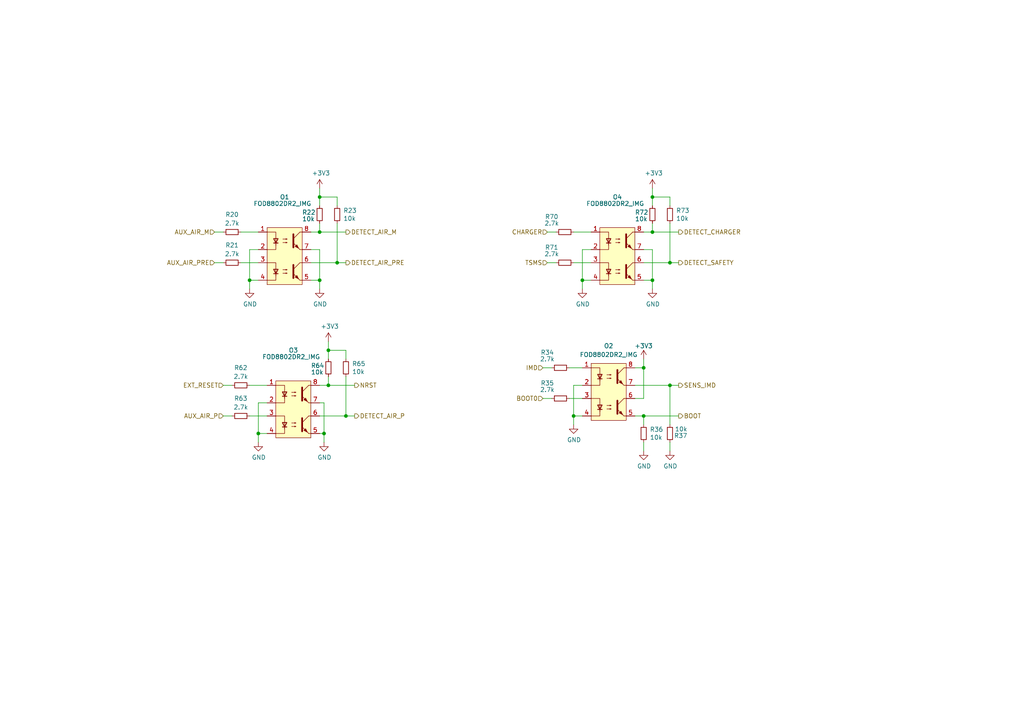
<source format=kicad_sch>
(kicad_sch (version 20231120) (generator "eeschema") (generator_version "8.0")
  (paper "A4")
  (lib_symbols
    (symbol "Device:R_Small" (pin_numbers hide) (pin_names (offset 0.254) hide)
      (property "Reference" "R" (at 0.762 0.508 0))
      (property "Value" "R_Small" (at 0.762 -1.016 0))
      (symbol "R_Small_0_1"
        (rectangle (start -0.762 1.778) (end 0.762 -1.778) (stroke (width 0.2032)))
      )
      (symbol "R_Small_1_1"
        (pin passive line (at 0 2.54 270) (length 0.762) (name "~") (number "1"))
        (pin passive line (at 0 -2.54 90) (length 0.762) (name "~") (number "2"))
      )
    )
    (symbol "Opto 2 ch:FOD8802DR2_IMG"
      (property "Reference" "O" (at 0 0 0))
      (property "Value" "FOD8802DR2_IMG" (at 0 0 0))
      (symbol "FOD8802DR2_IMG_0_1"
        (rectangle (start -6.35 -3.81) (end 3.81 -20.32) (fill (type background)))
        (polyline (pts (xy -4.445 -17.145) (xy -3.175 -17.145)) (stroke (width 0.254)))
        (polyline (pts (xy -4.445 -8.255) (xy -3.175 -8.255)) (stroke (width 0.254)))
        (polyline (pts (xy 1.27 -15.875) (xy 3.175 -13.97)))
        (polyline (pts (xy 1.27 -6.985) (xy 3.175 -5.08)))
        (polyline (pts (xy 3.175 -19.05) (xy 1.27 -17.145)) (fill (type outline)))
        (polyline (pts (xy 3.175 -19.05) (xy 3.81 -19.05)))
        (polyline (pts (xy 3.175 -13.97) (xy 3.81 -13.97)))
        (polyline (pts (xy 3.175 -10.16) (xy 1.27 -8.255)) (fill (type outline)))
        (polyline (pts (xy 3.175 -10.16) (xy 3.81 -10.16)))
        (polyline (pts (xy 3.175 -5.08) (xy 3.81 -5.08)))
        (polyline (pts (xy -3.81 -17.145) (xy -3.81 -19.05) (xy -6.35 -19.05)))
        (polyline (pts (xy -3.81 -8.255) (xy -3.81 -10.16) (xy -6.35 -10.16)))
        (polyline (pts (xy 1.27 -14.605) (xy 1.27 -18.415) (xy 1.27 -18.415)) (stroke (width 0.508)))
        (polyline (pts (xy 1.27 -5.715) (xy 1.27 -9.525) (xy 1.27 -9.525)) (stroke (width 0.508)))
        (polyline (pts (xy -6.35 -13.97) (xy -3.81 -13.97) (xy -3.81 -17.78) (xy -3.81 -15.875)))
        (polyline (pts (xy -6.35 -5.08) (xy -3.81 -5.08) (xy -3.81 -8.89) (xy -3.81 -6.985)))
        (polyline (pts (xy -3.81 -17.145) (xy -4.445 -15.875) (xy -3.175 -15.875) (xy -3.81 -17.145)) (stroke (width 0.254)))
        (polyline (pts (xy -3.81 -8.255) (xy -4.445 -6.985) (xy -3.175 -6.985) (xy -3.81 -8.255)) (stroke (width 0.254)))
        (polyline (pts (xy -1.778 -17.018) (xy -0.508 -17.018) (xy -0.889 -17.145) (xy -0.889 -16.891) (xy -0.508 -17.018)))
        (polyline (pts (xy -1.778 -16.002) (xy -0.508 -16.002) (xy -0.889 -16.129) (xy -0.889 -15.875) (xy -0.508 -16.002)))
        (polyline (pts (xy -1.778 -8.128) (xy -0.508 -8.128) (xy -0.889 -8.255) (xy -0.889 -8.001) (xy -0.508 -8.128)))
        (polyline (pts (xy -1.778 -7.112) (xy -0.508 -7.112) (xy -0.889 -7.239) (xy -0.889 -6.985) (xy -0.508 -7.112)))
        (polyline (pts (xy 1.778 -18.161) (xy 2.286 -17.653) (xy 2.794 -18.669) (xy 1.778 -18.161) (xy 1.778 -18.161)) (fill (type outline)))
        (polyline (pts (xy 1.778 -9.271) (xy 2.286 -8.763) (xy 2.794 -9.779) (xy 1.778 -9.271) (xy 1.778 -9.271)) (fill (type outline)))
      )
      (symbol "FOD8802DR2_IMG_1_1"
        (pin passive line (at -8.89 -5.08 0) (length 2.54) (name "~") (number "1"))
        (pin passive line (at -8.89 -10.16 0) (length 2.54) (name "~") (number "2"))
        (pin passive line (at -8.89 -13.97 0) (length 2.54) (name "~") (number "3"))
        (pin passive line (at -8.89 -19.05 0) (length 2.54) (name "~") (number "4"))
        (pin passive line (at 6.35 -19.05 180) (length 2.54) (name "~") (number "5"))
        (pin passive line (at 6.35 -13.97 180) (length 2.54) (name "~") (number "6"))
        (pin passive line (at 6.35 -10.16 180) (length 2.54) (name "~") (number "7"))
        (pin passive line (at 6.35 -5.08 180) (length 2.54) (name "~") (number "8"))
      )
    )
    (symbol "power:+3.3V" (power) (pin_names (offset 0))
      (property "Value" "+3.3V" (at 0 3.556 0))
      (symbol "+3.3V_0_1"
        (polyline (pts (xy -0.762 1.27) (xy 0 2.54)))
        (polyline (pts (xy 0 0) (xy 0 2.54)))
        (polyline (pts (xy 0 2.54) (xy 0.762 1.27)))
      )
      (symbol "+3.3V_1_1"
        (pin power_in line (at 0 0 90) (length 0) hide (name "+3V3") (number "1"))
      )
    )
    (symbol "power:GND" (power) (pin_names (offset 0))
      (property "Value" "GND" (at 0 -3.81 0))
      (symbol "GND_0_1"
        (polyline (pts (xy 0 0) (xy 0 -1.27) (xy 1.27 -1.27) (xy 0 -2.54) (xy -1.27 -1.27) (xy 0 -1.27)))
      )
      (symbol "GND_1_1"
        (pin power_in line (at 0 0 270) (length 0) hide (name "GND") (number "1"))
      )
    )
  )
  (junction (at 194.31 111.76))
  (junction (at 93.98 125.73))
  (junction (at 100.33 120.65))
  (junction (at 194.31 76.2))
  (junction (at 186.69 120.65))
  (junction (at 189.23 81.28))
  (junction (at 189.23 57.15))
  (junction (at 92.71 81.28))
  (junction (at 168.91 81.28))
  (junction (at 92.71 67.31))
  (junction (at 97.79 76.2))
  (junction (at 92.71 57.15))
  (junction (at 72.39 81.28))
  (junction (at 74.93 125.73))
  (junction (at 95.25 101.6))
  (junction (at 95.25 111.76))
  (junction (at 166.37 120.65))
  (junction (at 186.69 106.68))
  (junction (at 189.23 67.31))
  (wire (pts (xy 186.69 81.28) (xy 189.23 81.28)))
  (wire (pts (xy 186.69 120.65) (xy 186.69 123.19)))
  (wire (pts (xy 166.37 111.76) (xy 166.37 120.65)))
  (wire (pts (xy 186.69 76.2) (xy 194.31 76.2)))
  (wire (pts (xy 186.69 120.65) (xy 196.85 120.65)))
  (wire (pts (xy 69.85 76.2) (xy 74.93 76.2)))
  (wire (pts (xy 64.77 111.76) (xy 67.31 111.76)))
  (wire (pts (xy 92.71 81.28) (xy 92.71 83.82)))
  (wire (pts (xy 97.79 64.77) (xy 97.79 76.2)))
  (wire (pts (xy 77.47 116.84) (xy 74.93 116.84)))
  (wire (pts (xy 62.23 67.31) (xy 64.77 67.31)))
  (wire (pts (xy 95.25 111.76) (xy 102.87 111.76)))
  (wire (pts (xy 166.37 120.65) (xy 168.91 120.65)))
  (wire (pts (xy 100.33 120.65) (xy 102.87 120.65)))
  (wire (pts (xy 194.31 111.76) (xy 194.31 123.19)))
  (wire (pts (xy 189.23 57.15) (xy 189.23 59.69)))
  (wire (pts (xy 97.79 76.2) (xy 100.33 76.2)))
  (wire (pts (xy 165.1 115.57) (xy 168.91 115.57)))
  (wire (pts (xy 92.71 67.31) (xy 100.33 67.31)))
  (wire (pts (xy 168.91 81.28) (xy 171.45 81.28)))
  (wire (pts (xy 168.91 72.39) (xy 171.45 72.39)))
  (wire (pts (xy 92.71 111.76) (xy 95.25 111.76)))
  (wire (pts (xy 72.39 81.28) (xy 74.93 81.28)))
  (wire (pts (xy 166.37 67.31) (xy 171.45 67.31)))
  (wire (pts (xy 93.98 125.73) (xy 93.98 128.27)))
  (wire (pts (xy 74.93 125.73) (xy 77.47 125.73)))
  (wire (pts (xy 186.69 106.68) (xy 186.69 115.57)))
  (wire (pts (xy 69.85 67.31) (xy 74.93 67.31)))
  (wire (pts (xy 168.91 72.39) (xy 168.91 81.28)))
  (wire (pts (xy 92.71 64.77) (xy 92.71 67.31)))
  (wire (pts (xy 93.98 125.73) (xy 92.71 125.73)))
  (wire (pts (xy 77.47 111.76) (xy 72.39 111.76)))
  (wire (pts (xy 194.31 76.2) (xy 196.85 76.2)))
  (wire (pts (xy 90.17 81.28) (xy 92.71 81.28)))
  (wire (pts (xy 100.33 101.6) (xy 100.33 104.14)))
  (wire (pts (xy 184.15 115.57) (xy 186.69 115.57)))
  (wire (pts (xy 186.69 72.39) (xy 189.23 72.39)))
  (wire (pts (xy 184.15 111.76) (xy 194.31 111.76)))
  (wire (pts (xy 168.91 81.28) (xy 168.91 83.82)))
  (wire (pts (xy 92.71 57.15) (xy 92.71 59.69)))
  (wire (pts (xy 166.37 76.2) (xy 171.45 76.2)))
  (wire (pts (xy 72.39 81.28) (xy 72.39 83.82)))
  (wire (pts (xy 95.25 101.6) (xy 95.25 104.14)))
  (wire (pts (xy 158.75 67.31) (xy 161.29 67.31)))
  (wire (pts (xy 62.23 76.2) (xy 64.77 76.2)))
  (wire (pts (xy 72.39 120.65) (xy 77.47 120.65)))
  (wire (pts (xy 194.31 57.15) (xy 194.31 59.69)))
  (wire (pts (xy 184.15 106.68) (xy 186.69 106.68)))
  (wire (pts (xy 189.23 64.77) (xy 189.23 67.31)))
  (wire (pts (xy 158.75 76.2) (xy 161.29 76.2)))
  (wire (pts (xy 64.77 120.65) (xy 67.31 120.65)))
  (wire (pts (xy 189.23 54.61) (xy 189.23 57.15)))
  (wire (pts (xy 186.69 104.14) (xy 186.69 106.68)))
  (wire (pts (xy 90.17 67.31) (xy 92.71 67.31)))
  (wire (pts (xy 92.71 116.84) (xy 93.98 116.84)))
  (wire (pts (xy 184.15 120.65) (xy 186.69 120.65)))
  (wire (pts (xy 189.23 67.31) (xy 196.85 67.31)))
  (wire (pts (xy 72.39 72.39) (xy 74.93 72.39)))
  (wire (pts (xy 194.31 111.76) (xy 196.85 111.76)))
  (wire (pts (xy 157.48 115.57) (xy 160.02 115.57)))
  (wire (pts (xy 92.71 54.61) (xy 92.71 57.15)))
  (wire (pts (xy 165.1 106.68) (xy 168.91 106.68)))
  (wire (pts (xy 100.33 109.22) (xy 100.33 120.65)))
  (wire (pts (xy 95.25 99.06) (xy 95.25 101.6)))
  (wire (pts (xy 189.23 81.28) (xy 189.23 83.82)))
  (wire (pts (xy 74.93 116.84) (xy 74.93 125.73)))
  (wire (pts (xy 194.31 128.27) (xy 194.31 130.81)))
  (wire (pts (xy 166.37 120.65) (xy 166.37 123.19)))
  (wire (pts (xy 72.39 72.39) (xy 72.39 81.28)))
  (wire (pts (xy 186.69 67.31) (xy 189.23 67.31)))
  (wire (pts (xy 157.48 106.68) (xy 160.02 106.68)))
  (wire (pts (xy 92.71 72.39) (xy 92.71 81.28)))
  (wire (pts (xy 95.25 101.6) (xy 100.33 101.6)))
  (wire (pts (xy 194.31 64.77) (xy 194.31 76.2)))
  (wire (pts (xy 97.79 57.15) (xy 97.79 59.69)))
  (wire (pts (xy 166.37 111.76) (xy 168.91 111.76)))
  (wire (pts (xy 97.79 57.15) (xy 92.71 57.15)))
  (wire (pts (xy 74.93 125.73) (xy 74.93 128.27)))
  (wire (pts (xy 90.17 76.2) (xy 97.79 76.2)))
  (wire (pts (xy 92.71 120.65) (xy 100.33 120.65)))
  (wire (pts (xy 186.69 128.27) (xy 186.69 130.81)))
  (wire (pts (xy 189.23 72.39) (xy 189.23 81.28)))
  (wire (pts (xy 93.98 116.84) (xy 93.98 125.73)))
  (wire (pts (xy 95.25 109.22) (xy 95.25 111.76)))
  (wire (pts (xy 90.17 72.39) (xy 92.71 72.39)))
  (wire (pts (xy 189.23 57.15) (xy 194.31 57.15)))
  (hierarchical_label "AUX_AIR_M" (shape input) (at 62.23 67.31 180))
  (hierarchical_label "AUX_AIR_PRE" (shape input) (at 62.23 76.2 180))
  (hierarchical_label "BOOT0" (shape input) (at 157.48 115.57 180))
  (hierarchical_label "DETECT_AIR_PRE" (shape output) (at 100.33 76.2 0))
  (hierarchical_label "SENS_IMD" (shape output) (at 196.85 111.76 0))
  (hierarchical_label "BOOT" (shape output) (at 196.85 120.65 0))
  (hierarchical_label "IMD" (shape input) (at 157.48 106.68 180))
  (hierarchical_label "TSMS" (shape input) (at 158.75 76.2 180))
  (hierarchical_label "EXT_RESET" (shape input) (at 64.77 111.76 180))
  (hierarchical_label "DETECT_AIR_P" (shape output) (at 102.87 120.65 0))
  (hierarchical_label "NRST" (shape output) (at 102.87 111.76 0))
  (hierarchical_label "DETECT_SAFETY" (shape output) (at 196.85 76.2 0))
  (hierarchical_label "AUX_AIR_P" (shape input) (at 64.77 120.65 180))
  (hierarchical_label "CHARGER" (shape input) (at 158.75 67.31 180))
  (hierarchical_label "DETECT_AIR_M" (shape output) (at 100.33 67.31 0))
  (hierarchical_label "DETECT_CHARGER" (shape output) (at 196.85 67.31 0))
  (symbol (lib_id "Device:R_Small") (at 97.79 62.23 180) (unit 1)
    (property "Reference" "R23" (at 99.568 61.0616 0) (effects (justify right)))
    (property "Value" "10k" (at 99.568 63.373 0) (effects (justify right)))
    (property "Footprint" "Resistor_SMD:R_0603_1608Metric" (effects (hide yes)))
    (property "Manufacturer_Name" "--" (effects (hide yes)))
    (property "Manufacturer_Part_Number" "--" (effects (hide yes)))
  )
  (symbol (lib_id "Opto 2 ch:FOD8802DR2_IMG") (at 180.34 62.23 0) (unit 1)
    (property "Reference" "O4" (at 179.07 57.15 0))
    (property "Value" "FOD8802DR2_IMG" (at 178.435 59.055 0))
    (property "Footprint" "Opto 2 ch:SOIC127P600X175-8N" (effects (hide yes)))
    (property "Manufacturer_Name" "onsemi" (effects (hide yes)))
    (property "Manufacturer_Part_Number" "FOD8802DR2" (effects (hide yes)))
    (property "Mouser Part Number" "863-FOD8802DR2" (effects (hide yes)))
    (property "Mouser Price/Stock" "https://www.mouser.pl/ProductDetail/onsemi/FOD8802DR2?qs=stqOd1AaK7%2FrKOyi9z09cg%3D%3D" (effects (hide yes)))
  )
  (symbol (lib_id "Device:R_Small") (at 163.83 67.31 270) (unit 1)
    (property "Reference" "R70" (at 160.02 62.865 90))
    (property "Value" "2.7k" (at 160.02 64.77 90))
    (property "Footprint" "Resistor_SMD:R_0603_1608Metric" (effects (hide yes)))
    (property "Manufacturer_Name" "--" (effects (hide yes)))
    (property "Manufacturer_Part_Number" "--" (effects (hide yes)))
  )
  (symbol (lib_id "Device:R_Small") (at 92.71 62.23 180) (unit 1)
    (property "Reference" "R22" (at 87.63 61.595 0) (effects (justify right)))
    (property "Value" "10k" (at 87.63 63.5 0) (effects (justify right)))
    (property "Footprint" "Resistor_SMD:R_0603_1608Metric" (effects (hide yes)))
    (property "Manufacturer_Name" "--" (effects (hide yes)))
    (property "Manufacturer_Part_Number" "--" (effects (hide yes)))
  )
  (symbol (lib_id "Device:R_Small") (at 162.56 115.57 270) (unit 1)
    (property "Reference" "R35" (at 158.75 111.125 90))
    (property "Value" "2.7k" (at 158.75 113.03 90))
    (property "Footprint" "Resistor_SMD:R_0603_1608Metric" (effects (hide yes)))
    (property "Manufacturer_Name" "--" (effects (hide yes)))
    (property "Manufacturer_Part_Number" "--" (effects (hide yes)))
  )
  (symbol (lib_id "Device:R_Small") (at 100.33 106.68 180) (unit 1)
    (property "Reference" "R65" (at 102.108 105.5116 0) (effects (justify right)))
    (property "Value" "10k" (at 102.108 107.823 0) (effects (justify right)))
    (property "Footprint" "Resistor_SMD:R_0603_1608Metric" (effects (hide yes)))
    (property "Manufacturer_Name" "--" (effects (hide yes)))
    (property "Manufacturer_Part_Number" "--" (effects (hide yes)))
  )
  (symbol (lib_id "power:+3.3V") (at 186.69 104.14 0) (unit 1)
    (property "Reference" "#PWR074" (effects (hide yes)))
    (property "Value" "+3V3" (at 186.69 100.33 0))
  )
  (symbol (lib_id "power:GND") (at 92.71 83.82 0) (unit 1)
    (property "Reference" "#PWR02" (effects (hide yes)))
    (property "Value" "GND" (at 92.837 88.2142 0))
  )
  (symbol (lib_id "power:+3.3V") (at 189.23 54.61 0) (unit 1)
    (property "Reference" "#PWR072" (effects (hide yes)))
    (property "Value" "+3V3" (at 189.611 50.2158 0))
  )
  (symbol (lib_id "power:GND") (at 93.98 128.27 0) (unit 1)
    (property "Reference" "#PWR010" (effects (hide yes)))
    (property "Value" "GND" (at 94.107 132.6642 0))
  )
  (symbol (lib_id "Device:R_Small") (at 69.85 111.76 270) (unit 1)
    (property "Reference" "R62" (at 69.85 106.68 90))
    (property "Value" "2.7k" (at 69.85 109.22 90))
    (property "Footprint" "Resistor_SMD:R_0603_1608Metric" (effects (hide yes)))
    (property "Manufacturer_Name" "--" (effects (hide yes)))
    (property "Manufacturer_Part_Number" "--" (effects (hide yes)))
  )
  (symbol (lib_id "power:GND") (at 168.91 83.82 0) (unit 1)
    (property "Reference" "#PWR056" (effects (hide yes)))
    (property "Value" "GND" (at 169.037 88.2142 0))
  )
  (symbol (lib_id "Device:R_Small") (at 67.31 67.31 270) (unit 1)
    (property "Reference" "R20" (at 67.31 62.23 90))
    (property "Value" "2.7k" (at 67.31 64.77 90))
    (property "Footprint" "Resistor_SMD:R_0603_1608Metric" (effects (hide yes)))
    (property "Manufacturer_Name" "--" (effects (hide yes)))
    (property "Manufacturer_Part_Number" "--" (effects (hide yes)))
  )
  (symbol (lib_id "Opto 2 ch:FOD8802DR2_IMG") (at 86.36 106.68 0) (unit 1)
    (property "Reference" "O3" (at 85.09 101.6 0))
    (property "Value" "FOD8802DR2_IMG" (at 84.455 103.505 0))
    (property "Footprint" "Opto 2 ch:SOIC127P600X175-8N" (effects (hide yes)))
    (property "Manufacturer_Name" "onsemi" (effects (hide yes)))
    (property "Manufacturer_Part_Number" "FOD8802DR2" (effects (hide yes)))
    (property "Mouser Part Number" "863-FOD8802DR2" (effects (hide yes)))
    (property "Mouser Price/Stock" "https://www.mouser.pl/ProductDetail/onsemi/FOD8802DR2?qs=stqOd1AaK7%2FrKOyi9z09cg%3D%3D" (effects (hide yes)))
  )
  (symbol (lib_id "Device:R_Small") (at 162.56 106.68 270) (unit 1)
    (property "Reference" "R34" (at 158.75 102.235 90))
    (property "Value" "2.7k" (at 158.75 104.14 90))
    (property "Footprint" "Resistor_SMD:R_0603_1608Metric" (effects (hide yes)))
    (property "Manufacturer_Name" "--" (effects (hide yes)))
    (property "Manufacturer_Part_Number" "--" (effects (hide yes)))
  )
  (symbol (lib_id "power:GND") (at 72.39 83.82 0) (unit 1)
    (property "Reference" "#PWR01" (effects (hide yes)))
    (property "Value" "GND" (at 72.517 88.2142 0))
  )
  (symbol (lib_id "power:GND") (at 186.69 130.81 0) (unit 1)
    (property "Reference" "#PWR078" (effects (hide yes)))
    (property "Value" "GND" (at 186.817 135.2042 0))
  )
  (symbol (lib_id "Device:R_Small") (at 194.31 125.73 0) (unit 1)
    (property "Reference" "R37" (at 199.39 126.365 0) (effects (justify right)))
    (property "Value" "10k" (at 199.39 124.46 0) (effects (justify right)))
    (property "Footprint" "Resistor_SMD:R_0603_1608Metric" (effects (hide yes)))
    (property "Manufacturer_Name" "--" (effects (hide yes)))
    (property "Manufacturer_Part_Number" "--" (effects (hide yes)))
  )
  (symbol (lib_id "power:+3.3V") (at 92.71 54.61 0) (unit 1)
    (property "Reference" "#PWR03" (effects (hide yes)))
    (property "Value" "+3V3" (at 93.091 50.2158 0))
  )
  (symbol (lib_id "power:GND") (at 194.31 130.81 0) (unit 1)
    (property "Reference" "#PWR080" (effects (hide yes)))
    (property "Value" "GND" (at 194.437 135.2042 0))
  )
  (symbol (lib_id "Device:R_Small") (at 95.25 106.68 180) (unit 1)
    (property "Reference" "R64" (at 90.17 106.045 0) (effects (justify right)))
    (property "Value" "10k" (at 90.17 107.95 0) (effects (justify right)))
    (property "Footprint" "Resistor_SMD:R_0603_1608Metric" (effects (hide yes)))
    (property "Manufacturer_Name" "--" (effects (hide yes)))
    (property "Manufacturer_Part_Number" "--" (effects (hide yes)))
  )
  (symbol (lib_id "Device:R_Small") (at 163.83 76.2 270) (unit 1)
    (property "Reference" "R71" (at 160.02 71.755 90))
    (property "Value" "2.7k" (at 160.02 73.66 90))
    (property "Footprint" "Resistor_SMD:R_0603_1608Metric" (effects (hide yes)))
    (property "Manufacturer_Name" "--" (effects (hide yes)))
    (property "Manufacturer_Part_Number" "--" (effects (hide yes)))
  )
  (symbol (lib_id "power:+3.3V") (at 95.25 99.06 0) (unit 1)
    (property "Reference" "#PWR055" (effects (hide yes)))
    (property "Value" "+3V3" (at 95.631 94.6658 0))
  )
  (symbol (lib_id "power:GND") (at 166.37 123.19 0) (unit 1)
    (property "Reference" "#PWR073" (effects (hide yes)))
    (property "Value" "GND" (at 166.497 127.5842 0))
  )
  (symbol (lib_id "power:GND") (at 189.23 83.82 0) (unit 1)
    (property "Reference" "#PWR057" (effects (hide yes)))
    (property "Value" "GND" (at 189.357 88.2142 0))
  )
  (symbol (lib_id "Device:R_Small") (at 186.69 125.73 180) (unit 1)
    (property "Reference" "R36" (at 188.468 124.5616 0) (effects (justify right)))
    (property "Value" "10k" (at 188.468 126.873 0) (effects (justify right)))
    (property "Footprint" "Resistor_SMD:R_0603_1608Metric" (effects (hide yes)))
    (property "Manufacturer_Name" "--" (effects (hide yes)))
    (property "Manufacturer_Part_Number" "--" (effects (hide yes)))
  )
  (symbol (lib_id "Device:R_Small") (at 69.85 120.65 270) (unit 1)
    (property "Reference" "R63" (at 69.85 115.57 90))
    (property "Value" "2.7k" (at 69.85 118.11 90))
    (property "Footprint" "Resistor_SMD:R_0603_1608Metric" (effects (hide yes)))
    (property "Manufacturer_Name" "--" (effects (hide yes)))
    (property "Manufacturer_Part_Number" "--" (effects (hide yes)))
  )
  (symbol (lib_id "Opto 2 ch:FOD8802DR2_IMG") (at 177.8 101.6 0) (unit 1)
    (property "Reference" "O2" (at 176.53 100.33 0))
    (property "Value" "FOD8802DR2_IMG" (at 176.53 102.87 0))
    (property "Footprint" "Opto 2 ch:SOIC127P600X175-8N" (effects (hide yes)))
    (property "Manufacturer_Name" "onsemi" (effects (hide yes)))
    (property "Manufacturer_Part_Number" "FOD8802DR2" (effects (hide yes)))
    (property "Mouser Part Number" "863-FOD8802DR2" (effects (hide yes)))
    (property "Mouser Price/Stock" "https://www.mouser.pl/ProductDetail/onsemi/FOD8802DR2?qs=stqOd1AaK7%2FrKOyi9z09cg%3D%3D" (effects (hide yes)))
  )
  (symbol (lib_id "power:GND") (at 74.93 128.27 0) (unit 1)
    (property "Reference" "#PWR05" (effects (hide yes)))
    (property "Value" "GND" (at 75.057 132.6642 0))
  )
  (symbol (lib_id "Device:R_Small") (at 194.31 62.23 180) (unit 1)
    (property "Reference" "R73" (at 196.088 61.0616 0) (effects (justify right)))
    (property "Value" "10k" (at 196.088 63.373 0) (effects (justify right)))
    (property "Footprint" "Resistor_SMD:R_0603_1608Metric" (effects (hide yes)))
    (property "Manufacturer_Name" "--" (effects (hide yes)))
    (property "Manufacturer_Part_Number" "--" (effects (hide yes)))
  )
  (symbol (lib_id "Device:R_Small") (at 67.31 76.2 270) (unit 1)
    (property "Reference" "R21" (at 67.31 71.12 90))
    (property "Value" "2.7k" (at 67.31 73.66 90))
    (property "Footprint" "Resistor_SMD:R_0603_1608Metric" (effects (hide yes)))
    (property "Manufacturer_Name" "--" (effects (hide yes)))
    (property "Manufacturer_Part_Number" "--" (effects (hide yes)))
  )
  (symbol (lib_id "Device:R_Small") (at 189.23 62.23 180) (unit 1)
    (property "Reference" "R72" (at 184.15 61.595 0) (effects (justify right)))
    (property "Value" "10k" (at 184.15 63.5 0) (effects (justify right)))
    (property "Footprint" "Resistor_SMD:R_0603_1608Metric" (effects (hide yes)))
    (property "Manufacturer_Name" "--" (effects (hide yes)))
    (property "Manufacturer_Part_Number" "--" (effects (hide yes)))
  )
  (symbol (lib_id "Opto 2 ch:FOD8802DR2_IMG") (at 83.82 62.23 0) (unit 1)
    (property "Reference" "O1" (at 82.55 57.15 0))
    (property "Value" "FOD8802DR2_IMG" (at 81.915 59.055 0))
    (property "Footprint" "Opto 2 ch:SOIC127P600X175-8N" (effects (hide yes)))
    (property "Manufacturer_Name" "onsemi" (effects (hide yes)))
    (property "Manufacturer_Part_Number" "FOD8802DR2" (effects (hide yes)))
    (property "Mouser Part Number" "863-FOD8802DR2" (effects (hide yes)))
    (property "Mouser Price/Stock" "https://www.mouser.pl/ProductDetail/onsemi/FOD8802DR2?qs=stqOd1AaK7%2FrKOyi9z09cg%3D%3D" (effects (hide yes)))
  )
)
</source>
